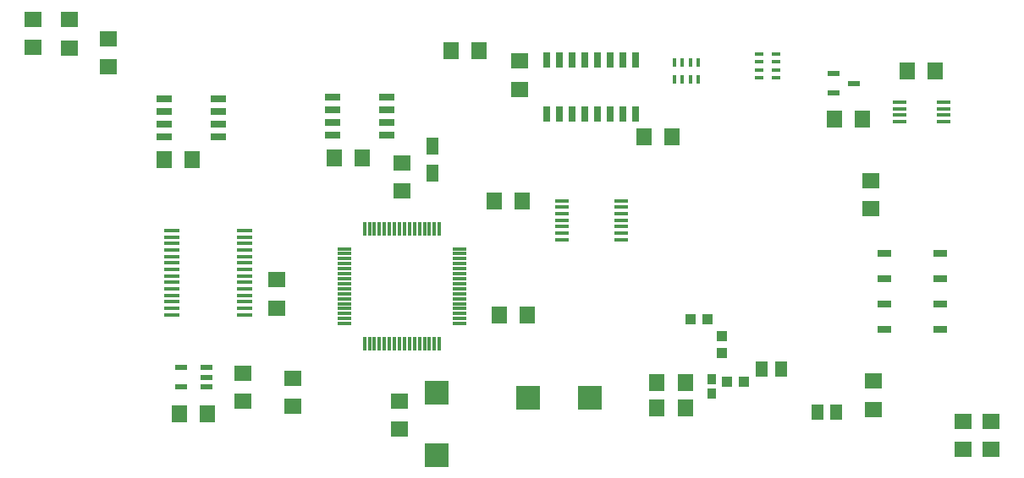
<source format=gbr>
G04 EAGLE Gerber RS-274X export*
G75*
%MOMM*%
%FSLAX34Y34*%
%LPD*%
%INSolderpaste Bottom*%
%IPPOS*%
%AMOC8*
5,1,8,0,0,1.08239X$1,22.5*%
G01*
%ADD10R,1.500000X0.400000*%
%ADD11R,1.803000X1.600000*%
%ADD12R,1.800000X1.600000*%
%ADD13R,1.600000X1.800000*%
%ADD14R,1.520000X0.700000*%
%ADD15R,1.475000X0.450000*%
%ADD16R,1.600000X1.803000*%
%ADD17R,2.450000X2.350000*%
%ADD18R,2.350000X2.450000*%
%ADD19R,1.300000X1.500000*%
%ADD20R,1.200000X0.600000*%
%ADD21R,1.295400X0.558800*%
%ADD22R,1.250000X1.750000*%
%ADD23R,1.000000X1.100000*%
%ADD24R,0.949997X1.005600*%
%ADD25R,0.700000X1.513000*%
%ADD26R,0.425000X0.900000*%
%ADD27R,0.900000X0.425000*%
%ADD28R,1.100000X1.000000*%
%ADD29R,1.350000X0.650000*%
%ADD30R,1.475000X0.300000*%
%ADD31R,0.300000X1.475000*%


D10*
X243520Y291970D03*
X243520Y285470D03*
X243520Y278970D03*
X243520Y272470D03*
X243520Y265970D03*
X243520Y259470D03*
X243520Y252970D03*
X243520Y246470D03*
X243520Y239970D03*
X243520Y233470D03*
X243520Y226970D03*
X243520Y220470D03*
X243520Y213970D03*
X243520Y207470D03*
X171020Y207470D03*
X171020Y213970D03*
X171020Y220470D03*
X171020Y226970D03*
X171020Y233470D03*
X171020Y239970D03*
X171020Y246470D03*
X171020Y252970D03*
X171020Y259470D03*
X171020Y265970D03*
X171020Y272470D03*
X171020Y278970D03*
X171020Y285470D03*
X171020Y291970D03*
D11*
X276000Y242770D03*
X276000Y214330D03*
X107470Y456140D03*
X107470Y484580D03*
D12*
X32610Y503520D03*
X32610Y475520D03*
X242390Y149270D03*
X242390Y121270D03*
D13*
X178980Y108300D03*
X206980Y108300D03*
D11*
X68340Y475080D03*
X68340Y503520D03*
D13*
X499040Y207170D03*
X527040Y207170D03*
D12*
X398880Y120650D03*
X398880Y92650D03*
X401280Y331600D03*
X401280Y359600D03*
D14*
X386520Y425610D03*
X386520Y412910D03*
X386520Y400210D03*
X386520Y387510D03*
X332220Y387510D03*
X332220Y400210D03*
X332220Y412910D03*
X332220Y425610D03*
X217610Y424340D03*
X217610Y411640D03*
X217610Y398940D03*
X217610Y386240D03*
X163310Y386240D03*
X163310Y398940D03*
X163310Y411640D03*
X163310Y424340D03*
D13*
X191760Y363380D03*
X163760Y363380D03*
X361940Y364650D03*
X333940Y364650D03*
X643700Y386040D03*
X671700Y386040D03*
X521960Y321470D03*
X493960Y321470D03*
D11*
X873040Y112740D03*
X873040Y141180D03*
X870590Y342240D03*
X870590Y313800D03*
D15*
X943030Y420710D03*
X943030Y414210D03*
X943030Y407710D03*
X943030Y401210D03*
X898790Y401210D03*
X898790Y407710D03*
X898790Y414210D03*
X898790Y420710D03*
D16*
X906690Y451600D03*
X935130Y451600D03*
D17*
X436260Y129080D03*
X436260Y67080D03*
D18*
X589160Y124560D03*
X527160Y124560D03*
D19*
X761420Y153180D03*
X780420Y153180D03*
X816880Y110380D03*
X835880Y110380D03*
D20*
X205500Y154440D03*
X205500Y144940D03*
X205500Y135440D03*
X180500Y135440D03*
X180500Y154440D03*
D11*
X962620Y72300D03*
X962620Y100740D03*
X990560Y72300D03*
X990560Y100740D03*
X292060Y115480D03*
X292060Y143920D03*
D16*
X684740Y139860D03*
X656300Y139860D03*
X684740Y114460D03*
X656300Y114460D03*
D21*
X832953Y430080D03*
X832953Y449080D03*
X853527Y439580D03*
D13*
X862320Y404020D03*
X834320Y404020D03*
D22*
X431760Y376880D03*
X431760Y349880D03*
D23*
X743068Y140462D03*
X726068Y140462D03*
D24*
X711454Y143168D03*
X711454Y128612D03*
D25*
X634746Y408674D03*
X622046Y408674D03*
X609346Y408674D03*
X596646Y408674D03*
X583946Y408674D03*
X571246Y408674D03*
X558546Y408674D03*
X545846Y408674D03*
X545846Y463054D03*
X558546Y463054D03*
X571246Y463054D03*
X583946Y463054D03*
X596646Y463054D03*
X609346Y463054D03*
X622046Y463054D03*
X634746Y463054D03*
D26*
X673800Y460366D03*
X673800Y443366D03*
X681800Y460366D03*
X681800Y443366D03*
X689800Y460366D03*
X689800Y443366D03*
X697800Y460366D03*
X697800Y443366D03*
D12*
X518668Y433802D03*
X518668Y461802D03*
D15*
X620438Y322014D03*
X620438Y315514D03*
X620438Y309014D03*
X620438Y302514D03*
X620438Y296014D03*
X620438Y289514D03*
X620438Y283014D03*
X561678Y283014D03*
X561678Y289514D03*
X561678Y296014D03*
X561678Y302514D03*
X561678Y309014D03*
X561678Y315514D03*
X561678Y322014D03*
D13*
X450820Y472440D03*
X478820Y472440D03*
D27*
X758580Y445200D03*
X758580Y453200D03*
X758580Y461200D03*
X758580Y469200D03*
X775580Y469200D03*
X775580Y461200D03*
X775580Y453200D03*
X775580Y445200D03*
D23*
X707000Y203200D03*
X690000Y203200D03*
D28*
X721360Y186300D03*
X721360Y169300D03*
D29*
X940110Y269240D03*
X940110Y243840D03*
X940110Y218440D03*
X940110Y193040D03*
X883610Y193040D03*
X883610Y218440D03*
X883610Y243840D03*
X883610Y269240D03*
D30*
X458700Y273720D03*
X458700Y268720D03*
X458700Y263720D03*
X458700Y258720D03*
X458700Y253720D03*
X458700Y248720D03*
X458700Y243720D03*
X458700Y238720D03*
X458700Y233720D03*
X458700Y228720D03*
X458700Y223720D03*
X458700Y218720D03*
X458700Y213720D03*
X458700Y208720D03*
X458700Y203720D03*
X458700Y198720D03*
D31*
X438820Y178840D03*
X433820Y178840D03*
X428820Y178840D03*
X423820Y178840D03*
X418820Y178840D03*
X413820Y178840D03*
X408820Y178840D03*
X403820Y178840D03*
X398820Y178840D03*
X393820Y178840D03*
X388820Y178840D03*
X383820Y178840D03*
X378820Y178840D03*
X373820Y178840D03*
X368820Y178840D03*
X363820Y178840D03*
D30*
X343940Y198720D03*
X343940Y203720D03*
X343940Y208720D03*
X343940Y213720D03*
X343940Y218720D03*
X343940Y223720D03*
X343940Y228720D03*
X343940Y233720D03*
X343940Y238720D03*
X343940Y243720D03*
X343940Y248720D03*
X343940Y253720D03*
X343940Y258720D03*
X343940Y263720D03*
X343940Y268720D03*
X343940Y273720D03*
D31*
X363820Y293600D03*
X368820Y293600D03*
X373820Y293600D03*
X378820Y293600D03*
X383820Y293600D03*
X388820Y293600D03*
X393820Y293600D03*
X398820Y293600D03*
X403820Y293600D03*
X408820Y293600D03*
X413820Y293600D03*
X418820Y293600D03*
X423820Y293600D03*
X428820Y293600D03*
X433820Y293600D03*
X438820Y293600D03*
M02*

</source>
